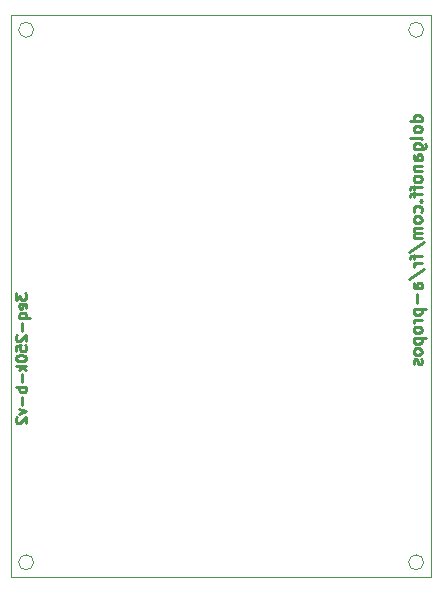
<source format=gbo>
%FSLAX46Y46*%
G04 Gerber Fmt 4.6, Leading zero omitted, Abs format (unit mm)*
G04 Created by KiCad (PCBNEW (2014-08-26 BZR 5101)-product) date 01/09/2014 17:58:47*
%MOMM*%
G01*
G04 APERTURE LIST*
%ADD10C,0.100000*%
%ADD11C,0.254000*%
%ADD12C,0.222250*%
%ADD13C,1.778000*%
%ADD14R,1.778000X1.778000*%
%ADD15R,2.286000X1.778000*%
%ADD16O,2.286000X1.778000*%
G04 APERTURE END LIST*
D10*
D11*
X147144619Y-85186763D02*
X146128619Y-85186763D01*
X147096238Y-85186763D02*
X147144619Y-85090001D01*
X147144619Y-84896478D01*
X147096238Y-84799716D01*
X147047857Y-84751335D01*
X146951095Y-84702954D01*
X146660810Y-84702954D01*
X146564048Y-84751335D01*
X146515667Y-84799716D01*
X146467286Y-84896478D01*
X146467286Y-85090001D01*
X146515667Y-85186763D01*
X147144619Y-85815716D02*
X147096238Y-85718954D01*
X147047857Y-85670573D01*
X146951095Y-85622192D01*
X146660810Y-85622192D01*
X146564048Y-85670573D01*
X146515667Y-85718954D01*
X146467286Y-85815716D01*
X146467286Y-85960858D01*
X146515667Y-86057620D01*
X146564048Y-86106001D01*
X146660810Y-86154382D01*
X146951095Y-86154382D01*
X147047857Y-86106001D01*
X147096238Y-86057620D01*
X147144619Y-85960858D01*
X147144619Y-85815716D01*
X147144619Y-86734954D02*
X147096238Y-86638192D01*
X146999476Y-86589811D01*
X146128619Y-86589811D01*
X146467286Y-87557429D02*
X147289762Y-87557429D01*
X147386524Y-87509048D01*
X147434905Y-87460667D01*
X147483286Y-87363906D01*
X147483286Y-87218763D01*
X147434905Y-87122001D01*
X147096238Y-87557429D02*
X147144619Y-87460667D01*
X147144619Y-87267144D01*
X147096238Y-87170382D01*
X147047857Y-87122001D01*
X146951095Y-87073620D01*
X146660810Y-87073620D01*
X146564048Y-87122001D01*
X146515667Y-87170382D01*
X146467286Y-87267144D01*
X146467286Y-87460667D01*
X146515667Y-87557429D01*
X147144619Y-88476667D02*
X146612429Y-88476667D01*
X146515667Y-88428286D01*
X146467286Y-88331524D01*
X146467286Y-88138001D01*
X146515667Y-88041239D01*
X147096238Y-88476667D02*
X147144619Y-88379905D01*
X147144619Y-88138001D01*
X147096238Y-88041239D01*
X146999476Y-87992858D01*
X146902714Y-87992858D01*
X146805952Y-88041239D01*
X146757571Y-88138001D01*
X146757571Y-88379905D01*
X146709190Y-88476667D01*
X146467286Y-88960477D02*
X147144619Y-88960477D01*
X146564048Y-88960477D02*
X146515667Y-89008858D01*
X146467286Y-89105620D01*
X146467286Y-89250762D01*
X146515667Y-89347524D01*
X146612429Y-89395905D01*
X147144619Y-89395905D01*
X147144619Y-90024858D02*
X147096238Y-89928096D01*
X147047857Y-89879715D01*
X146951095Y-89831334D01*
X146660810Y-89831334D01*
X146564048Y-89879715D01*
X146515667Y-89928096D01*
X146467286Y-90024858D01*
X146467286Y-90170000D01*
X146515667Y-90266762D01*
X146564048Y-90315143D01*
X146660810Y-90363524D01*
X146951095Y-90363524D01*
X147047857Y-90315143D01*
X147096238Y-90266762D01*
X147144619Y-90170000D01*
X147144619Y-90024858D01*
X146467286Y-90653810D02*
X146467286Y-91040858D01*
X147144619Y-90798953D02*
X146273762Y-90798953D01*
X146177000Y-90847334D01*
X146128619Y-90944096D01*
X146128619Y-91040858D01*
X146467286Y-91234381D02*
X146467286Y-91621429D01*
X147144619Y-91379524D02*
X146273762Y-91379524D01*
X146177000Y-91427905D01*
X146128619Y-91524667D01*
X146128619Y-91621429D01*
X147047857Y-91960095D02*
X147096238Y-92008476D01*
X147144619Y-91960095D01*
X147096238Y-91911714D01*
X147047857Y-91960095D01*
X147144619Y-91960095D01*
X147096238Y-92879333D02*
X147144619Y-92782571D01*
X147144619Y-92589048D01*
X147096238Y-92492286D01*
X147047857Y-92443905D01*
X146951095Y-92395524D01*
X146660810Y-92395524D01*
X146564048Y-92443905D01*
X146515667Y-92492286D01*
X146467286Y-92589048D01*
X146467286Y-92782571D01*
X146515667Y-92879333D01*
X147144619Y-93459905D02*
X147096238Y-93363143D01*
X147047857Y-93314762D01*
X146951095Y-93266381D01*
X146660810Y-93266381D01*
X146564048Y-93314762D01*
X146515667Y-93363143D01*
X146467286Y-93459905D01*
X146467286Y-93605047D01*
X146515667Y-93701809D01*
X146564048Y-93750190D01*
X146660810Y-93798571D01*
X146951095Y-93798571D01*
X147047857Y-93750190D01*
X147096238Y-93701809D01*
X147144619Y-93605047D01*
X147144619Y-93459905D01*
X147144619Y-94234000D02*
X146467286Y-94234000D01*
X146564048Y-94234000D02*
X146515667Y-94282381D01*
X146467286Y-94379143D01*
X146467286Y-94524285D01*
X146515667Y-94621047D01*
X146612429Y-94669428D01*
X147144619Y-94669428D01*
X146612429Y-94669428D02*
X146515667Y-94717809D01*
X146467286Y-94814571D01*
X146467286Y-94959714D01*
X146515667Y-95056476D01*
X146612429Y-95104857D01*
X147144619Y-95104857D01*
X146080238Y-96314381D02*
X147386524Y-95443524D01*
X146467286Y-96507905D02*
X146467286Y-96894953D01*
X147144619Y-96653048D02*
X146273762Y-96653048D01*
X146177000Y-96701429D01*
X146128619Y-96798191D01*
X146128619Y-96894953D01*
X147144619Y-97233619D02*
X146467286Y-97233619D01*
X146660810Y-97233619D02*
X146564048Y-97282000D01*
X146515667Y-97330381D01*
X146467286Y-97427143D01*
X146467286Y-97523904D01*
X146080238Y-98588285D02*
X147386524Y-97717428D01*
X147144619Y-99362380D02*
X146612429Y-99362380D01*
X146515667Y-99313999D01*
X146467286Y-99217237D01*
X146467286Y-99023714D01*
X146515667Y-98926952D01*
X147096238Y-99362380D02*
X147144619Y-99265618D01*
X147144619Y-99023714D01*
X147096238Y-98926952D01*
X146999476Y-98878571D01*
X146902714Y-98878571D01*
X146805952Y-98926952D01*
X146757571Y-99023714D01*
X146757571Y-99265618D01*
X146709190Y-99362380D01*
X146757571Y-99846190D02*
X146757571Y-100620285D01*
X146467286Y-101104095D02*
X147483286Y-101104095D01*
X146515667Y-101104095D02*
X146467286Y-101200857D01*
X146467286Y-101394380D01*
X146515667Y-101491142D01*
X146564048Y-101539523D01*
X146660810Y-101587904D01*
X146951095Y-101587904D01*
X147047857Y-101539523D01*
X147096238Y-101491142D01*
X147144619Y-101394380D01*
X147144619Y-101200857D01*
X147096238Y-101104095D01*
X147144619Y-102023333D02*
X146467286Y-102023333D01*
X146660810Y-102023333D02*
X146564048Y-102071714D01*
X146515667Y-102120095D01*
X146467286Y-102216857D01*
X146467286Y-102313618D01*
X147144619Y-102797428D02*
X147096238Y-102700666D01*
X147047857Y-102652285D01*
X146951095Y-102603904D01*
X146660810Y-102603904D01*
X146564048Y-102652285D01*
X146515667Y-102700666D01*
X146467286Y-102797428D01*
X146467286Y-102942570D01*
X146515667Y-103039332D01*
X146564048Y-103087713D01*
X146660810Y-103136094D01*
X146951095Y-103136094D01*
X147047857Y-103087713D01*
X147096238Y-103039332D01*
X147144619Y-102942570D01*
X147144619Y-102797428D01*
X146467286Y-103571523D02*
X147483286Y-103571523D01*
X146515667Y-103571523D02*
X146467286Y-103668285D01*
X146467286Y-103861808D01*
X146515667Y-103958570D01*
X146564048Y-104006951D01*
X146660810Y-104055332D01*
X146951095Y-104055332D01*
X147047857Y-104006951D01*
X147096238Y-103958570D01*
X147144619Y-103861808D01*
X147144619Y-103668285D01*
X147096238Y-103571523D01*
X147144619Y-104635904D02*
X147096238Y-104539142D01*
X147047857Y-104490761D01*
X146951095Y-104442380D01*
X146660810Y-104442380D01*
X146564048Y-104490761D01*
X146515667Y-104539142D01*
X146467286Y-104635904D01*
X146467286Y-104781046D01*
X146515667Y-104877808D01*
X146564048Y-104926189D01*
X146660810Y-104974570D01*
X146951095Y-104974570D01*
X147047857Y-104926189D01*
X147096238Y-104877808D01*
X147144619Y-104781046D01*
X147144619Y-104635904D01*
X147096238Y-105361618D02*
X147144619Y-105458380D01*
X147144619Y-105651904D01*
X147096238Y-105748665D01*
X146999476Y-105797046D01*
X146951095Y-105797046D01*
X146854333Y-105748665D01*
X146805952Y-105651904D01*
X146805952Y-105506761D01*
X146757571Y-105409999D01*
X146660810Y-105361618D01*
X146612429Y-105361618D01*
X146515667Y-105409999D01*
X146467286Y-105506761D01*
X146467286Y-105651904D01*
X146515667Y-105748665D01*
D12*
X112797167Y-99758499D02*
X112797167Y-100308832D01*
X113135833Y-100012499D01*
X113135833Y-100139499D01*
X113178167Y-100224166D01*
X113220500Y-100266499D01*
X113305167Y-100308832D01*
X113516833Y-100308832D01*
X113601500Y-100266499D01*
X113643833Y-100224166D01*
X113686167Y-100139499D01*
X113686167Y-99885499D01*
X113643833Y-99800832D01*
X113601500Y-99758499D01*
X113643833Y-101028499D02*
X113686167Y-100943833D01*
X113686167Y-100774499D01*
X113643833Y-100689833D01*
X113559167Y-100647499D01*
X113220500Y-100647499D01*
X113135833Y-100689833D01*
X113093500Y-100774499D01*
X113093500Y-100943833D01*
X113135833Y-101028499D01*
X113220500Y-101070833D01*
X113305167Y-101070833D01*
X113389833Y-100647499D01*
X113093500Y-101832833D02*
X113982500Y-101832833D01*
X113643833Y-101832833D02*
X113686167Y-101748166D01*
X113686167Y-101578833D01*
X113643833Y-101494166D01*
X113601500Y-101451833D01*
X113516833Y-101409499D01*
X113262833Y-101409499D01*
X113178167Y-101451833D01*
X113135833Y-101494166D01*
X113093500Y-101578833D01*
X113093500Y-101748166D01*
X113135833Y-101832833D01*
X113347500Y-102256166D02*
X113347500Y-102933499D01*
X112881833Y-103314499D02*
X112839500Y-103356833D01*
X112797167Y-103441499D01*
X112797167Y-103653166D01*
X112839500Y-103737833D01*
X112881833Y-103780166D01*
X112966500Y-103822499D01*
X113051167Y-103822499D01*
X113178167Y-103780166D01*
X113686167Y-103272166D01*
X113686167Y-103822499D01*
X112797167Y-104626833D02*
X112797167Y-104203500D01*
X113220500Y-104161166D01*
X113178167Y-104203500D01*
X113135833Y-104288166D01*
X113135833Y-104499833D01*
X113178167Y-104584500D01*
X113220500Y-104626833D01*
X113305167Y-104669166D01*
X113516833Y-104669166D01*
X113601500Y-104626833D01*
X113643833Y-104584500D01*
X113686167Y-104499833D01*
X113686167Y-104288166D01*
X113643833Y-104203500D01*
X113601500Y-104161166D01*
X112797167Y-105219500D02*
X112797167Y-105304167D01*
X112839500Y-105388833D01*
X112881833Y-105431167D01*
X112966500Y-105473500D01*
X113135833Y-105515833D01*
X113347500Y-105515833D01*
X113516833Y-105473500D01*
X113601500Y-105431167D01*
X113643833Y-105388833D01*
X113686167Y-105304167D01*
X113686167Y-105219500D01*
X113643833Y-105134833D01*
X113601500Y-105092500D01*
X113516833Y-105050167D01*
X113347500Y-105007833D01*
X113135833Y-105007833D01*
X112966500Y-105050167D01*
X112881833Y-105092500D01*
X112839500Y-105134833D01*
X112797167Y-105219500D01*
X113686167Y-105896834D02*
X112797167Y-105896834D01*
X113347500Y-105981500D02*
X113686167Y-106235500D01*
X113093500Y-106235500D02*
X113432167Y-105896834D01*
X113347500Y-106616501D02*
X113347500Y-107293834D01*
X113686167Y-107717168D02*
X112797167Y-107717168D01*
X113135833Y-107717168D02*
X113093500Y-107801834D01*
X113093500Y-107971168D01*
X113135833Y-108055834D01*
X113178167Y-108098168D01*
X113262833Y-108140501D01*
X113516833Y-108140501D01*
X113601500Y-108098168D01*
X113643833Y-108055834D01*
X113686167Y-107971168D01*
X113686167Y-107801834D01*
X113643833Y-107717168D01*
X113347500Y-108521501D02*
X113347500Y-109198834D01*
X113093500Y-109537501D02*
X113686167Y-109749168D01*
X113093500Y-109960834D01*
X112881833Y-110257167D02*
X112839500Y-110299501D01*
X112797167Y-110384167D01*
X112797167Y-110595834D01*
X112839500Y-110680501D01*
X112881833Y-110722834D01*
X112966500Y-110765167D01*
X113051167Y-110765167D01*
X113178167Y-110722834D01*
X113686167Y-110214834D01*
X113686167Y-110765167D01*
D10*
X112395000Y-123825000D02*
X147955000Y-123825000D01*
X112395000Y-76200000D02*
X147955000Y-76200000D01*
X114300000Y-122555000D02*
G75*
G03X114300000Y-122555000I-635000J0D01*
G74*
G01*
X147320000Y-122555000D02*
G75*
G03X147320000Y-122555000I-635000J0D01*
G74*
G01*
X147320000Y-77470000D02*
G75*
G03X147320000Y-77470000I-635000J0D01*
G74*
G01*
X114300000Y-77470000D02*
G75*
G03X114300000Y-77470000I-635000J0D01*
G74*
G01*
X112395000Y-123825000D02*
X112395000Y-76200000D01*
X147955000Y-76200000D02*
X147955000Y-123825000D01*
%LPC*%
D13*
X120015000Y-120015000D03*
X120015000Y-114935000D03*
D14*
X119888000Y-104140000D03*
D13*
X119888000Y-100330000D03*
X128270000Y-90170000D03*
X133350000Y-90170000D03*
X128270000Y-93345000D03*
X133350000Y-93345000D03*
X139065000Y-86360000D03*
X144145000Y-86360000D03*
X116840000Y-86360000D03*
X121920000Y-86360000D03*
D14*
X140335000Y-106680000D03*
D13*
X144145000Y-106680000D03*
D14*
X128905000Y-118745000D03*
D13*
X125095000Y-118745000D03*
D14*
X137160000Y-116840000D03*
D13*
X137160000Y-120650000D03*
D14*
X116840000Y-109220000D03*
D13*
X116840000Y-106680000D03*
D14*
X145415000Y-115570000D03*
D13*
X145415000Y-113030000D03*
D14*
X142240000Y-121285000D03*
D13*
X142240000Y-118745000D03*
X116840000Y-120015000D03*
X116840000Y-112395000D03*
X130175000Y-113665000D03*
X122555000Y-113665000D03*
X124460000Y-90170000D03*
X116840000Y-90170000D03*
X124460000Y-93345000D03*
X116840000Y-93345000D03*
X116840000Y-97155000D03*
X124460000Y-97155000D03*
X133985000Y-86360000D03*
X126365000Y-86360000D03*
X144145000Y-90170000D03*
X136525000Y-90170000D03*
X144145000Y-93345000D03*
X136525000Y-93345000D03*
X144145000Y-97155000D03*
X136525000Y-97155000D03*
X137160000Y-111125000D03*
X137160000Y-103505000D03*
X133985000Y-113665000D03*
X141605000Y-113665000D03*
X132080000Y-121285000D03*
X132080000Y-113665000D03*
D14*
X144145000Y-81915000D03*
D13*
X141605000Y-81915000D03*
X139065000Y-81915000D03*
D14*
X133350000Y-81915000D03*
D13*
X130810000Y-81915000D03*
X128270000Y-81915000D03*
D14*
X121920000Y-81915000D03*
D13*
X119380000Y-81915000D03*
X116840000Y-81915000D03*
D15*
X125095000Y-102235000D03*
D16*
X125095000Y-104775000D03*
X125095000Y-107315000D03*
X125095000Y-109855000D03*
X132715000Y-109855000D03*
X132715000Y-107315000D03*
X132715000Y-104775000D03*
X132715000Y-102235000D03*
D13*
X128270000Y-97155000D03*
X133350000Y-97155000D03*
M02*

</source>
